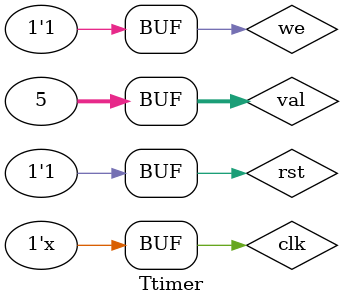
<source format=v>
`timescale 1ns / 1ps


module Ttimer;

	// Inputs
	reg clk;
	reg rst;
	reg we;
	reg [31:0] val;

	// Outputs
	wire out_0;

	// Instantiate the Unit Under Test (UUT)
	timer uut (
		.clk(clk), 
		.rst(rst), 
		.we(we), 
		.val(val), 
		.out_0(out_0)
	);

	initial begin
		// Initialize Inputs
		clk = 0;
		rst = 0;
		we = 0;
		val = 0;

		// Wait 100 ns for global reset to finish
		#100;
		we = 1;
		val = 3;
		#100
		we = 0;
		#500;
		we = 1;
		val = 5;
		#200
		rst = 1;
        
		// Add stimulus here

	end
	always @* 
		#50
		clk <= ~clk;
      
endmodule


</source>
